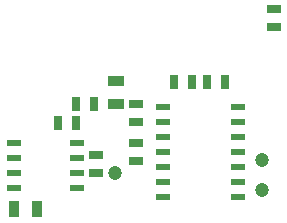
<source format=gbr>
G04 #@! TF.FileFunction,Paste,Top*
%FSLAX46Y46*%
G04 Gerber Fmt 4.6, Leading zero omitted, Abs format (unit mm)*
G04 Created by KiCad (PCBNEW 4.0.2+dfsg1-stable) date mer. 30 août 2017 19:27:24 CEST*
%MOMM*%
G01*
G04 APERTURE LIST*
%ADD10C,0.100000*%
%ADD11R,1.143000X0.508000*%
%ADD12R,1.143000X0.635000*%
%ADD13R,0.635000X1.143000*%
%ADD14C,1.198880*%
%ADD15R,1.397000X0.889000*%
%ADD16R,0.889000X1.397000*%
G04 APERTURE END LIST*
D10*
D11*
X148323300Y-108508800D03*
X142989300Y-108508800D03*
X148323300Y-109778800D03*
X148323300Y-111048800D03*
X148323300Y-112318800D03*
X142989300Y-109778800D03*
X142989300Y-111048800D03*
X142989300Y-112318800D03*
D12*
X149987000Y-109524800D03*
X149987000Y-111048800D03*
X165011100Y-98653600D03*
X165011100Y-97129600D03*
D13*
X148288000Y-105175000D03*
X149812000Y-105175000D03*
D14*
X151574500Y-111048800D03*
D11*
X162026600Y-113080800D03*
X162026600Y-111810800D03*
X162026600Y-110540800D03*
X162026600Y-109270800D03*
X162026600Y-108000800D03*
X162026600Y-106730800D03*
X162026600Y-105460800D03*
X155676600Y-105460800D03*
X155676600Y-106730800D03*
X155676600Y-109270800D03*
X155676600Y-110540800D03*
X155676600Y-111810800D03*
X155676600Y-113080800D03*
X155676600Y-108000800D03*
D12*
X153377900Y-110032800D03*
X153377900Y-108508800D03*
D15*
X151676100Y-105156000D03*
X151676100Y-103251000D03*
D12*
X153377900Y-106680000D03*
X153377900Y-105156000D03*
D13*
X159372300Y-103301800D03*
X160896300Y-103301800D03*
X156565600Y-103301800D03*
X158089600Y-103301800D03*
D16*
X144932400Y-114109500D03*
X143027400Y-114109500D03*
D14*
X164007800Y-112433100D03*
X164007800Y-109893100D03*
D13*
X148287000Y-106825000D03*
X146763000Y-106825000D03*
M02*

</source>
